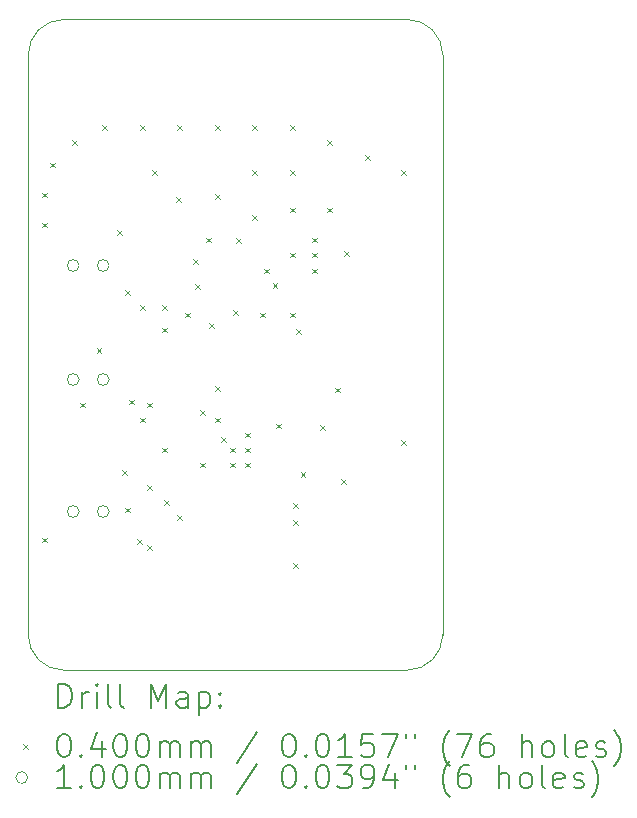
<source format=gbr>
%TF.GenerationSoftware,KiCad,Pcbnew,7.0.10*%
%TF.CreationDate,2024-11-08T18:26:38-05:00*%
%TF.ProjectId,Novel Mechanism 1 Board,4e6f7665-6c20-44d6-9563-68616e69736d,rev?*%
%TF.SameCoordinates,Original*%
%TF.FileFunction,Drillmap*%
%TF.FilePolarity,Positive*%
%FSLAX45Y45*%
G04 Gerber Fmt 4.5, Leading zero omitted, Abs format (unit mm)*
G04 Created by KiCad (PCBNEW 7.0.10) date 2024-11-08 18:26:38*
%MOMM*%
%LPD*%
G01*
G04 APERTURE LIST*
%ADD10C,0.100000*%
%ADD11C,0.200000*%
G04 APERTURE END LIST*
D10*
X5166080Y-7515860D02*
G75*
G03*
X5466080Y-7215860I0J300000D01*
G01*
X1955800Y-7215860D02*
X1955800Y-2306600D01*
X5466080Y-2306600D02*
X5466080Y-7215860D01*
X1955800Y-7215860D02*
G75*
G03*
X2255800Y-7515860I300000J0D01*
G01*
X5166080Y-7515860D02*
X2255800Y-7515860D01*
X5466080Y-2306600D02*
G75*
G03*
X5166080Y-2006600I-300000J0D01*
G01*
X2255800Y-2006600D02*
G75*
G03*
X1955800Y-2306600I0J-300000D01*
G01*
X2255800Y-2006600D02*
X5166080Y-2006600D01*
D11*
D10*
X2075500Y-3472500D02*
X2115500Y-3512500D01*
X2115500Y-3472500D02*
X2075500Y-3512500D01*
X2075500Y-3726500D02*
X2115500Y-3766500D01*
X2115500Y-3726500D02*
X2075500Y-3766500D01*
X2075500Y-6393500D02*
X2115500Y-6433500D01*
X2115500Y-6393500D02*
X2075500Y-6433500D01*
X2139000Y-3218500D02*
X2179000Y-3258500D01*
X2179000Y-3218500D02*
X2139000Y-3258500D01*
X2329500Y-3028000D02*
X2369500Y-3068000D01*
X2369500Y-3028000D02*
X2329500Y-3068000D01*
X2393000Y-5250500D02*
X2433000Y-5290500D01*
X2433000Y-5250500D02*
X2393000Y-5290500D01*
X2534370Y-4788740D02*
X2574370Y-4828740D01*
X2574370Y-4788740D02*
X2534370Y-4828740D01*
X2583500Y-2901000D02*
X2623500Y-2941000D01*
X2623500Y-2901000D02*
X2583500Y-2941000D01*
X2710500Y-3790000D02*
X2750500Y-3830000D01*
X2750500Y-3790000D02*
X2710500Y-3830000D01*
X2748600Y-5822000D02*
X2788600Y-5862000D01*
X2788600Y-5822000D02*
X2748600Y-5862000D01*
X2774000Y-4298000D02*
X2814000Y-4338000D01*
X2814000Y-4298000D02*
X2774000Y-4338000D01*
X2774000Y-6139500D02*
X2814000Y-6179500D01*
X2814000Y-6139500D02*
X2774000Y-6179500D01*
X2812025Y-5225025D02*
X2852025Y-5265025D01*
X2852025Y-5225025D02*
X2812025Y-5265025D01*
X2875600Y-6406200D02*
X2915600Y-6446200D01*
X2915600Y-6406200D02*
X2875600Y-6446200D01*
X2901000Y-2901000D02*
X2941000Y-2941000D01*
X2941000Y-2901000D02*
X2901000Y-2941000D01*
X2901000Y-4425000D02*
X2941000Y-4465000D01*
X2941000Y-4425000D02*
X2901000Y-4465000D01*
X2901000Y-5377500D02*
X2941000Y-5417500D01*
X2941000Y-5377500D02*
X2901000Y-5417500D01*
X2964500Y-5250500D02*
X3004500Y-5290500D01*
X3004500Y-5250500D02*
X2964500Y-5290500D01*
X2964500Y-5949000D02*
X3004500Y-5989000D01*
X3004500Y-5949000D02*
X2964500Y-5989000D01*
X2964500Y-6457000D02*
X3004500Y-6497000D01*
X3004500Y-6457000D02*
X2964500Y-6497000D01*
X3002600Y-3282000D02*
X3042600Y-3322000D01*
X3042600Y-3282000D02*
X3002600Y-3322000D01*
X3091500Y-4425000D02*
X3131500Y-4465000D01*
X3131500Y-4425000D02*
X3091500Y-4465000D01*
X3091500Y-4615500D02*
X3131500Y-4655500D01*
X3131500Y-4615500D02*
X3091500Y-4655500D01*
X3091500Y-5631500D02*
X3131500Y-5671500D01*
X3131500Y-5631500D02*
X3091500Y-5671500D01*
X3104200Y-6076000D02*
X3144200Y-6116000D01*
X3144200Y-6076000D02*
X3104200Y-6116000D01*
X3205800Y-3510600D02*
X3245800Y-3550600D01*
X3245800Y-3510600D02*
X3205800Y-3550600D01*
X3218500Y-2901000D02*
X3258500Y-2941000D01*
X3258500Y-2901000D02*
X3218500Y-2941000D01*
X3218500Y-6203000D02*
X3258500Y-6243000D01*
X3258500Y-6203000D02*
X3218500Y-6243000D01*
X3282000Y-4488500D02*
X3322000Y-4528500D01*
X3322000Y-4488500D02*
X3282000Y-4528500D01*
X3354500Y-4038920D02*
X3394500Y-4078920D01*
X3394500Y-4038920D02*
X3354500Y-4078920D01*
X3369230Y-4248760D02*
X3409230Y-4288760D01*
X3409230Y-4248760D02*
X3369230Y-4288760D01*
X3409000Y-5314000D02*
X3449000Y-5354000D01*
X3449000Y-5314000D02*
X3409000Y-5354000D01*
X3409000Y-5758500D02*
X3449000Y-5798500D01*
X3449000Y-5758500D02*
X3409000Y-5798500D01*
X3463500Y-3853500D02*
X3503500Y-3893500D01*
X3503500Y-3853500D02*
X3463500Y-3893500D01*
X3485200Y-4577400D02*
X3525200Y-4617400D01*
X3525200Y-4577400D02*
X3485200Y-4617400D01*
X3536000Y-2901000D02*
X3576000Y-2941000D01*
X3576000Y-2901000D02*
X3536000Y-2941000D01*
X3536000Y-3485200D02*
X3576000Y-3525200D01*
X3576000Y-3485200D02*
X3536000Y-3525200D01*
X3536000Y-5377500D02*
X3576000Y-5417500D01*
X3576000Y-5377500D02*
X3536000Y-5417500D01*
X3541080Y-5108260D02*
X3581080Y-5148260D01*
X3581080Y-5108260D02*
X3541080Y-5148260D01*
X3586800Y-5542600D02*
X3626800Y-5582600D01*
X3626800Y-5542600D02*
X3586800Y-5582600D01*
X3663000Y-5631500D02*
X3703000Y-5671500D01*
X3703000Y-5631500D02*
X3663000Y-5671500D01*
X3663000Y-5758500D02*
X3703000Y-5798500D01*
X3703000Y-5758500D02*
X3663000Y-5798500D01*
X3692756Y-4470454D02*
X3732756Y-4510454D01*
X3732756Y-4470454D02*
X3692756Y-4510454D01*
X3713800Y-3857118D02*
X3753800Y-3897118D01*
X3753800Y-3857118D02*
X3713800Y-3897118D01*
X3790000Y-5504500D02*
X3830000Y-5544500D01*
X3830000Y-5504500D02*
X3790000Y-5544500D01*
X3790000Y-5631500D02*
X3830000Y-5671500D01*
X3830000Y-5631500D02*
X3790000Y-5671500D01*
X3790000Y-5758500D02*
X3830000Y-5798500D01*
X3830000Y-5758500D02*
X3790000Y-5798500D01*
X3853500Y-2901000D02*
X3893500Y-2941000D01*
X3893500Y-2901000D02*
X3853500Y-2941000D01*
X3853500Y-3282000D02*
X3893500Y-3322000D01*
X3893500Y-3282000D02*
X3853500Y-3322000D01*
X3853500Y-3663000D02*
X3893500Y-3703000D01*
X3893500Y-3663000D02*
X3853500Y-3703000D01*
X3917000Y-4488500D02*
X3957000Y-4528500D01*
X3957000Y-4488500D02*
X3917000Y-4528500D01*
X3954120Y-4117200D02*
X3994120Y-4157200D01*
X3994120Y-4117200D02*
X3954120Y-4157200D01*
X4026620Y-4239120D02*
X4066620Y-4279120D01*
X4066620Y-4239120D02*
X4026620Y-4279120D01*
X4056700Y-5428300D02*
X4096700Y-5468300D01*
X4096700Y-5428300D02*
X4056700Y-5468300D01*
X4171000Y-2901000D02*
X4211000Y-2941000D01*
X4211000Y-2901000D02*
X4171000Y-2941000D01*
X4171000Y-3282000D02*
X4211000Y-3322000D01*
X4211000Y-3282000D02*
X4171000Y-3322000D01*
X4171000Y-3599500D02*
X4211000Y-3639500D01*
X4211000Y-3599500D02*
X4171000Y-3639500D01*
X4171000Y-3980500D02*
X4211000Y-4020500D01*
X4211000Y-3980500D02*
X4171000Y-4020500D01*
X4171000Y-4488500D02*
X4211000Y-4528500D01*
X4211000Y-4488500D02*
X4171000Y-4528500D01*
X4196400Y-6101400D02*
X4236400Y-6141400D01*
X4236400Y-6101400D02*
X4196400Y-6141400D01*
X4196400Y-6246400D02*
X4236400Y-6286400D01*
X4236400Y-6246400D02*
X4196400Y-6286400D01*
X4196400Y-6609400D02*
X4236400Y-6649400D01*
X4236400Y-6609400D02*
X4196400Y-6649400D01*
X4221800Y-4628200D02*
X4261800Y-4668200D01*
X4261800Y-4628200D02*
X4221800Y-4668200D01*
X4262440Y-5837240D02*
X4302440Y-5877240D01*
X4302440Y-5837240D02*
X4262440Y-5877240D01*
X4357532Y-4117200D02*
X4397532Y-4157200D01*
X4397532Y-4117200D02*
X4357532Y-4157200D01*
X4361500Y-3853500D02*
X4401500Y-3893500D01*
X4401500Y-3853500D02*
X4361500Y-3893500D01*
X4361500Y-3980500D02*
X4401500Y-4020500D01*
X4401500Y-3980500D02*
X4361500Y-4020500D01*
X4425000Y-5441000D02*
X4465000Y-5481000D01*
X4465000Y-5441000D02*
X4425000Y-5481000D01*
X4488500Y-3028000D02*
X4528500Y-3068000D01*
X4528500Y-3028000D02*
X4488500Y-3068000D01*
X4488500Y-3599500D02*
X4528500Y-3639500D01*
X4528500Y-3599500D02*
X4488500Y-3639500D01*
X4552000Y-5123500D02*
X4592000Y-5163500D01*
X4592000Y-5123500D02*
X4552000Y-5163500D01*
X4602800Y-5898200D02*
X4642800Y-5938200D01*
X4642800Y-5898200D02*
X4602800Y-5938200D01*
X4628200Y-3968000D02*
X4668200Y-4008000D01*
X4668200Y-3968000D02*
X4628200Y-4008000D01*
X4806000Y-3155000D02*
X4846000Y-3195000D01*
X4846000Y-3155000D02*
X4806000Y-3195000D01*
X5110800Y-3282000D02*
X5150800Y-3322000D01*
X5150800Y-3282000D02*
X5110800Y-3322000D01*
X5110800Y-5568000D02*
X5150800Y-5608000D01*
X5150800Y-5568000D02*
X5110800Y-5608000D01*
X2386300Y-4089400D02*
G75*
G03*
X2286300Y-4089400I-50000J0D01*
G01*
X2286300Y-4089400D02*
G75*
G03*
X2386300Y-4089400I50000J0D01*
G01*
X2386800Y-5054600D02*
G75*
G03*
X2286800Y-5054600I-50000J0D01*
G01*
X2286800Y-5054600D02*
G75*
G03*
X2386800Y-5054600I50000J0D01*
G01*
X2386800Y-6172200D02*
G75*
G03*
X2286800Y-6172200I-50000J0D01*
G01*
X2286800Y-6172200D02*
G75*
G03*
X2386800Y-6172200I50000J0D01*
G01*
X2640300Y-4089400D02*
G75*
G03*
X2540300Y-4089400I-50000J0D01*
G01*
X2540300Y-4089400D02*
G75*
G03*
X2640300Y-4089400I50000J0D01*
G01*
X2640800Y-5054600D02*
G75*
G03*
X2540800Y-5054600I-50000J0D01*
G01*
X2540800Y-5054600D02*
G75*
G03*
X2640800Y-5054600I50000J0D01*
G01*
X2640800Y-6172200D02*
G75*
G03*
X2540800Y-6172200I-50000J0D01*
G01*
X2540800Y-6172200D02*
G75*
G03*
X2640800Y-6172200I50000J0D01*
G01*
D11*
X2211577Y-7832344D02*
X2211577Y-7632344D01*
X2211577Y-7632344D02*
X2259196Y-7632344D01*
X2259196Y-7632344D02*
X2287767Y-7641868D01*
X2287767Y-7641868D02*
X2306815Y-7660915D01*
X2306815Y-7660915D02*
X2316339Y-7679963D01*
X2316339Y-7679963D02*
X2325863Y-7718058D01*
X2325863Y-7718058D02*
X2325863Y-7746629D01*
X2325863Y-7746629D02*
X2316339Y-7784725D01*
X2316339Y-7784725D02*
X2306815Y-7803772D01*
X2306815Y-7803772D02*
X2287767Y-7822820D01*
X2287767Y-7822820D02*
X2259196Y-7832344D01*
X2259196Y-7832344D02*
X2211577Y-7832344D01*
X2411577Y-7832344D02*
X2411577Y-7699010D01*
X2411577Y-7737106D02*
X2421101Y-7718058D01*
X2421101Y-7718058D02*
X2430624Y-7708534D01*
X2430624Y-7708534D02*
X2449672Y-7699010D01*
X2449672Y-7699010D02*
X2468720Y-7699010D01*
X2535386Y-7832344D02*
X2535386Y-7699010D01*
X2535386Y-7632344D02*
X2525863Y-7641868D01*
X2525863Y-7641868D02*
X2535386Y-7651391D01*
X2535386Y-7651391D02*
X2544910Y-7641868D01*
X2544910Y-7641868D02*
X2535386Y-7632344D01*
X2535386Y-7632344D02*
X2535386Y-7651391D01*
X2659196Y-7832344D02*
X2640148Y-7822820D01*
X2640148Y-7822820D02*
X2630624Y-7803772D01*
X2630624Y-7803772D02*
X2630624Y-7632344D01*
X2763958Y-7832344D02*
X2744910Y-7822820D01*
X2744910Y-7822820D02*
X2735386Y-7803772D01*
X2735386Y-7803772D02*
X2735386Y-7632344D01*
X2992529Y-7832344D02*
X2992529Y-7632344D01*
X2992529Y-7632344D02*
X3059196Y-7775201D01*
X3059196Y-7775201D02*
X3125862Y-7632344D01*
X3125862Y-7632344D02*
X3125862Y-7832344D01*
X3306815Y-7832344D02*
X3306815Y-7727582D01*
X3306815Y-7727582D02*
X3297291Y-7708534D01*
X3297291Y-7708534D02*
X3278243Y-7699010D01*
X3278243Y-7699010D02*
X3240148Y-7699010D01*
X3240148Y-7699010D02*
X3221101Y-7708534D01*
X3306815Y-7822820D02*
X3287767Y-7832344D01*
X3287767Y-7832344D02*
X3240148Y-7832344D01*
X3240148Y-7832344D02*
X3221101Y-7822820D01*
X3221101Y-7822820D02*
X3211577Y-7803772D01*
X3211577Y-7803772D02*
X3211577Y-7784725D01*
X3211577Y-7784725D02*
X3221101Y-7765677D01*
X3221101Y-7765677D02*
X3240148Y-7756153D01*
X3240148Y-7756153D02*
X3287767Y-7756153D01*
X3287767Y-7756153D02*
X3306815Y-7746629D01*
X3402053Y-7699010D02*
X3402053Y-7899010D01*
X3402053Y-7708534D02*
X3421101Y-7699010D01*
X3421101Y-7699010D02*
X3459196Y-7699010D01*
X3459196Y-7699010D02*
X3478243Y-7708534D01*
X3478243Y-7708534D02*
X3487767Y-7718058D01*
X3487767Y-7718058D02*
X3497291Y-7737106D01*
X3497291Y-7737106D02*
X3497291Y-7794248D01*
X3497291Y-7794248D02*
X3487767Y-7813296D01*
X3487767Y-7813296D02*
X3478243Y-7822820D01*
X3478243Y-7822820D02*
X3459196Y-7832344D01*
X3459196Y-7832344D02*
X3421101Y-7832344D01*
X3421101Y-7832344D02*
X3402053Y-7822820D01*
X3583005Y-7813296D02*
X3592529Y-7822820D01*
X3592529Y-7822820D02*
X3583005Y-7832344D01*
X3583005Y-7832344D02*
X3573482Y-7822820D01*
X3573482Y-7822820D02*
X3583005Y-7813296D01*
X3583005Y-7813296D02*
X3583005Y-7832344D01*
X3583005Y-7708534D02*
X3592529Y-7718058D01*
X3592529Y-7718058D02*
X3583005Y-7727582D01*
X3583005Y-7727582D02*
X3573482Y-7718058D01*
X3573482Y-7718058D02*
X3583005Y-7708534D01*
X3583005Y-7708534D02*
X3583005Y-7727582D01*
D10*
X1910800Y-8140860D02*
X1950800Y-8180860D01*
X1950800Y-8140860D02*
X1910800Y-8180860D01*
D11*
X2249672Y-8052344D02*
X2268720Y-8052344D01*
X2268720Y-8052344D02*
X2287767Y-8061868D01*
X2287767Y-8061868D02*
X2297291Y-8071391D01*
X2297291Y-8071391D02*
X2306815Y-8090439D01*
X2306815Y-8090439D02*
X2316339Y-8128534D01*
X2316339Y-8128534D02*
X2316339Y-8176153D01*
X2316339Y-8176153D02*
X2306815Y-8214248D01*
X2306815Y-8214248D02*
X2297291Y-8233296D01*
X2297291Y-8233296D02*
X2287767Y-8242820D01*
X2287767Y-8242820D02*
X2268720Y-8252344D01*
X2268720Y-8252344D02*
X2249672Y-8252344D01*
X2249672Y-8252344D02*
X2230624Y-8242820D01*
X2230624Y-8242820D02*
X2221101Y-8233296D01*
X2221101Y-8233296D02*
X2211577Y-8214248D01*
X2211577Y-8214248D02*
X2202053Y-8176153D01*
X2202053Y-8176153D02*
X2202053Y-8128534D01*
X2202053Y-8128534D02*
X2211577Y-8090439D01*
X2211577Y-8090439D02*
X2221101Y-8071391D01*
X2221101Y-8071391D02*
X2230624Y-8061868D01*
X2230624Y-8061868D02*
X2249672Y-8052344D01*
X2402053Y-8233296D02*
X2411577Y-8242820D01*
X2411577Y-8242820D02*
X2402053Y-8252344D01*
X2402053Y-8252344D02*
X2392529Y-8242820D01*
X2392529Y-8242820D02*
X2402053Y-8233296D01*
X2402053Y-8233296D02*
X2402053Y-8252344D01*
X2583005Y-8119010D02*
X2583005Y-8252344D01*
X2535386Y-8042820D02*
X2487767Y-8185677D01*
X2487767Y-8185677D02*
X2611577Y-8185677D01*
X2725863Y-8052344D02*
X2744910Y-8052344D01*
X2744910Y-8052344D02*
X2763958Y-8061868D01*
X2763958Y-8061868D02*
X2773482Y-8071391D01*
X2773482Y-8071391D02*
X2783005Y-8090439D01*
X2783005Y-8090439D02*
X2792529Y-8128534D01*
X2792529Y-8128534D02*
X2792529Y-8176153D01*
X2792529Y-8176153D02*
X2783005Y-8214248D01*
X2783005Y-8214248D02*
X2773482Y-8233296D01*
X2773482Y-8233296D02*
X2763958Y-8242820D01*
X2763958Y-8242820D02*
X2744910Y-8252344D01*
X2744910Y-8252344D02*
X2725863Y-8252344D01*
X2725863Y-8252344D02*
X2706815Y-8242820D01*
X2706815Y-8242820D02*
X2697291Y-8233296D01*
X2697291Y-8233296D02*
X2687767Y-8214248D01*
X2687767Y-8214248D02*
X2678244Y-8176153D01*
X2678244Y-8176153D02*
X2678244Y-8128534D01*
X2678244Y-8128534D02*
X2687767Y-8090439D01*
X2687767Y-8090439D02*
X2697291Y-8071391D01*
X2697291Y-8071391D02*
X2706815Y-8061868D01*
X2706815Y-8061868D02*
X2725863Y-8052344D01*
X2916339Y-8052344D02*
X2935386Y-8052344D01*
X2935386Y-8052344D02*
X2954434Y-8061868D01*
X2954434Y-8061868D02*
X2963958Y-8071391D01*
X2963958Y-8071391D02*
X2973482Y-8090439D01*
X2973482Y-8090439D02*
X2983005Y-8128534D01*
X2983005Y-8128534D02*
X2983005Y-8176153D01*
X2983005Y-8176153D02*
X2973482Y-8214248D01*
X2973482Y-8214248D02*
X2963958Y-8233296D01*
X2963958Y-8233296D02*
X2954434Y-8242820D01*
X2954434Y-8242820D02*
X2935386Y-8252344D01*
X2935386Y-8252344D02*
X2916339Y-8252344D01*
X2916339Y-8252344D02*
X2897291Y-8242820D01*
X2897291Y-8242820D02*
X2887767Y-8233296D01*
X2887767Y-8233296D02*
X2878243Y-8214248D01*
X2878243Y-8214248D02*
X2868720Y-8176153D01*
X2868720Y-8176153D02*
X2868720Y-8128534D01*
X2868720Y-8128534D02*
X2878243Y-8090439D01*
X2878243Y-8090439D02*
X2887767Y-8071391D01*
X2887767Y-8071391D02*
X2897291Y-8061868D01*
X2897291Y-8061868D02*
X2916339Y-8052344D01*
X3068720Y-8252344D02*
X3068720Y-8119010D01*
X3068720Y-8138058D02*
X3078243Y-8128534D01*
X3078243Y-8128534D02*
X3097291Y-8119010D01*
X3097291Y-8119010D02*
X3125863Y-8119010D01*
X3125863Y-8119010D02*
X3144910Y-8128534D01*
X3144910Y-8128534D02*
X3154434Y-8147582D01*
X3154434Y-8147582D02*
X3154434Y-8252344D01*
X3154434Y-8147582D02*
X3163958Y-8128534D01*
X3163958Y-8128534D02*
X3183005Y-8119010D01*
X3183005Y-8119010D02*
X3211577Y-8119010D01*
X3211577Y-8119010D02*
X3230624Y-8128534D01*
X3230624Y-8128534D02*
X3240148Y-8147582D01*
X3240148Y-8147582D02*
X3240148Y-8252344D01*
X3335386Y-8252344D02*
X3335386Y-8119010D01*
X3335386Y-8138058D02*
X3344910Y-8128534D01*
X3344910Y-8128534D02*
X3363958Y-8119010D01*
X3363958Y-8119010D02*
X3392529Y-8119010D01*
X3392529Y-8119010D02*
X3411577Y-8128534D01*
X3411577Y-8128534D02*
X3421101Y-8147582D01*
X3421101Y-8147582D02*
X3421101Y-8252344D01*
X3421101Y-8147582D02*
X3430624Y-8128534D01*
X3430624Y-8128534D02*
X3449672Y-8119010D01*
X3449672Y-8119010D02*
X3478243Y-8119010D01*
X3478243Y-8119010D02*
X3497291Y-8128534D01*
X3497291Y-8128534D02*
X3506815Y-8147582D01*
X3506815Y-8147582D02*
X3506815Y-8252344D01*
X3897291Y-8042820D02*
X3725863Y-8299963D01*
X4154434Y-8052344D02*
X4173482Y-8052344D01*
X4173482Y-8052344D02*
X4192529Y-8061868D01*
X4192529Y-8061868D02*
X4202053Y-8071391D01*
X4202053Y-8071391D02*
X4211577Y-8090439D01*
X4211577Y-8090439D02*
X4221101Y-8128534D01*
X4221101Y-8128534D02*
X4221101Y-8176153D01*
X4221101Y-8176153D02*
X4211577Y-8214248D01*
X4211577Y-8214248D02*
X4202053Y-8233296D01*
X4202053Y-8233296D02*
X4192529Y-8242820D01*
X4192529Y-8242820D02*
X4173482Y-8252344D01*
X4173482Y-8252344D02*
X4154434Y-8252344D01*
X4154434Y-8252344D02*
X4135386Y-8242820D01*
X4135386Y-8242820D02*
X4125863Y-8233296D01*
X4125863Y-8233296D02*
X4116339Y-8214248D01*
X4116339Y-8214248D02*
X4106815Y-8176153D01*
X4106815Y-8176153D02*
X4106815Y-8128534D01*
X4106815Y-8128534D02*
X4116339Y-8090439D01*
X4116339Y-8090439D02*
X4125863Y-8071391D01*
X4125863Y-8071391D02*
X4135386Y-8061868D01*
X4135386Y-8061868D02*
X4154434Y-8052344D01*
X4306815Y-8233296D02*
X4316339Y-8242820D01*
X4316339Y-8242820D02*
X4306815Y-8252344D01*
X4306815Y-8252344D02*
X4297291Y-8242820D01*
X4297291Y-8242820D02*
X4306815Y-8233296D01*
X4306815Y-8233296D02*
X4306815Y-8252344D01*
X4440148Y-8052344D02*
X4459196Y-8052344D01*
X4459196Y-8052344D02*
X4478244Y-8061868D01*
X4478244Y-8061868D02*
X4487768Y-8071391D01*
X4487768Y-8071391D02*
X4497291Y-8090439D01*
X4497291Y-8090439D02*
X4506815Y-8128534D01*
X4506815Y-8128534D02*
X4506815Y-8176153D01*
X4506815Y-8176153D02*
X4497291Y-8214248D01*
X4497291Y-8214248D02*
X4487768Y-8233296D01*
X4487768Y-8233296D02*
X4478244Y-8242820D01*
X4478244Y-8242820D02*
X4459196Y-8252344D01*
X4459196Y-8252344D02*
X4440148Y-8252344D01*
X4440148Y-8252344D02*
X4421101Y-8242820D01*
X4421101Y-8242820D02*
X4411577Y-8233296D01*
X4411577Y-8233296D02*
X4402053Y-8214248D01*
X4402053Y-8214248D02*
X4392529Y-8176153D01*
X4392529Y-8176153D02*
X4392529Y-8128534D01*
X4392529Y-8128534D02*
X4402053Y-8090439D01*
X4402053Y-8090439D02*
X4411577Y-8071391D01*
X4411577Y-8071391D02*
X4421101Y-8061868D01*
X4421101Y-8061868D02*
X4440148Y-8052344D01*
X4697291Y-8252344D02*
X4583006Y-8252344D01*
X4640148Y-8252344D02*
X4640148Y-8052344D01*
X4640148Y-8052344D02*
X4621101Y-8080915D01*
X4621101Y-8080915D02*
X4602053Y-8099963D01*
X4602053Y-8099963D02*
X4583006Y-8109487D01*
X4878244Y-8052344D02*
X4783006Y-8052344D01*
X4783006Y-8052344D02*
X4773482Y-8147582D01*
X4773482Y-8147582D02*
X4783006Y-8138058D01*
X4783006Y-8138058D02*
X4802053Y-8128534D01*
X4802053Y-8128534D02*
X4849672Y-8128534D01*
X4849672Y-8128534D02*
X4868720Y-8138058D01*
X4868720Y-8138058D02*
X4878244Y-8147582D01*
X4878244Y-8147582D02*
X4887768Y-8166629D01*
X4887768Y-8166629D02*
X4887768Y-8214248D01*
X4887768Y-8214248D02*
X4878244Y-8233296D01*
X4878244Y-8233296D02*
X4868720Y-8242820D01*
X4868720Y-8242820D02*
X4849672Y-8252344D01*
X4849672Y-8252344D02*
X4802053Y-8252344D01*
X4802053Y-8252344D02*
X4783006Y-8242820D01*
X4783006Y-8242820D02*
X4773482Y-8233296D01*
X4954434Y-8052344D02*
X5087768Y-8052344D01*
X5087768Y-8052344D02*
X5002053Y-8252344D01*
X5154434Y-8052344D02*
X5154434Y-8090439D01*
X5230625Y-8052344D02*
X5230625Y-8090439D01*
X5525863Y-8328534D02*
X5516339Y-8319010D01*
X5516339Y-8319010D02*
X5497291Y-8290439D01*
X5497291Y-8290439D02*
X5487768Y-8271391D01*
X5487768Y-8271391D02*
X5478244Y-8242820D01*
X5478244Y-8242820D02*
X5468720Y-8195201D01*
X5468720Y-8195201D02*
X5468720Y-8157106D01*
X5468720Y-8157106D02*
X5478244Y-8109487D01*
X5478244Y-8109487D02*
X5487768Y-8080915D01*
X5487768Y-8080915D02*
X5497291Y-8061868D01*
X5497291Y-8061868D02*
X5516339Y-8033296D01*
X5516339Y-8033296D02*
X5525863Y-8023772D01*
X5583006Y-8052344D02*
X5716339Y-8052344D01*
X5716339Y-8052344D02*
X5630625Y-8252344D01*
X5878244Y-8052344D02*
X5840148Y-8052344D01*
X5840148Y-8052344D02*
X5821101Y-8061868D01*
X5821101Y-8061868D02*
X5811577Y-8071391D01*
X5811577Y-8071391D02*
X5792529Y-8099963D01*
X5792529Y-8099963D02*
X5783006Y-8138058D01*
X5783006Y-8138058D02*
X5783006Y-8214248D01*
X5783006Y-8214248D02*
X5792529Y-8233296D01*
X5792529Y-8233296D02*
X5802053Y-8242820D01*
X5802053Y-8242820D02*
X5821101Y-8252344D01*
X5821101Y-8252344D02*
X5859196Y-8252344D01*
X5859196Y-8252344D02*
X5878244Y-8242820D01*
X5878244Y-8242820D02*
X5887768Y-8233296D01*
X5887768Y-8233296D02*
X5897291Y-8214248D01*
X5897291Y-8214248D02*
X5897291Y-8166629D01*
X5897291Y-8166629D02*
X5887768Y-8147582D01*
X5887768Y-8147582D02*
X5878244Y-8138058D01*
X5878244Y-8138058D02*
X5859196Y-8128534D01*
X5859196Y-8128534D02*
X5821101Y-8128534D01*
X5821101Y-8128534D02*
X5802053Y-8138058D01*
X5802053Y-8138058D02*
X5792529Y-8147582D01*
X5792529Y-8147582D02*
X5783006Y-8166629D01*
X6135387Y-8252344D02*
X6135387Y-8052344D01*
X6221101Y-8252344D02*
X6221101Y-8147582D01*
X6221101Y-8147582D02*
X6211577Y-8128534D01*
X6211577Y-8128534D02*
X6192530Y-8119010D01*
X6192530Y-8119010D02*
X6163958Y-8119010D01*
X6163958Y-8119010D02*
X6144910Y-8128534D01*
X6144910Y-8128534D02*
X6135387Y-8138058D01*
X6344910Y-8252344D02*
X6325863Y-8242820D01*
X6325863Y-8242820D02*
X6316339Y-8233296D01*
X6316339Y-8233296D02*
X6306815Y-8214248D01*
X6306815Y-8214248D02*
X6306815Y-8157106D01*
X6306815Y-8157106D02*
X6316339Y-8138058D01*
X6316339Y-8138058D02*
X6325863Y-8128534D01*
X6325863Y-8128534D02*
X6344910Y-8119010D01*
X6344910Y-8119010D02*
X6373482Y-8119010D01*
X6373482Y-8119010D02*
X6392530Y-8128534D01*
X6392530Y-8128534D02*
X6402053Y-8138058D01*
X6402053Y-8138058D02*
X6411577Y-8157106D01*
X6411577Y-8157106D02*
X6411577Y-8214248D01*
X6411577Y-8214248D02*
X6402053Y-8233296D01*
X6402053Y-8233296D02*
X6392530Y-8242820D01*
X6392530Y-8242820D02*
X6373482Y-8252344D01*
X6373482Y-8252344D02*
X6344910Y-8252344D01*
X6525863Y-8252344D02*
X6506815Y-8242820D01*
X6506815Y-8242820D02*
X6497291Y-8223772D01*
X6497291Y-8223772D02*
X6497291Y-8052344D01*
X6678244Y-8242820D02*
X6659196Y-8252344D01*
X6659196Y-8252344D02*
X6621101Y-8252344D01*
X6621101Y-8252344D02*
X6602053Y-8242820D01*
X6602053Y-8242820D02*
X6592530Y-8223772D01*
X6592530Y-8223772D02*
X6592530Y-8147582D01*
X6592530Y-8147582D02*
X6602053Y-8128534D01*
X6602053Y-8128534D02*
X6621101Y-8119010D01*
X6621101Y-8119010D02*
X6659196Y-8119010D01*
X6659196Y-8119010D02*
X6678244Y-8128534D01*
X6678244Y-8128534D02*
X6687768Y-8147582D01*
X6687768Y-8147582D02*
X6687768Y-8166629D01*
X6687768Y-8166629D02*
X6592530Y-8185677D01*
X6763958Y-8242820D02*
X6783006Y-8252344D01*
X6783006Y-8252344D02*
X6821101Y-8252344D01*
X6821101Y-8252344D02*
X6840149Y-8242820D01*
X6840149Y-8242820D02*
X6849672Y-8223772D01*
X6849672Y-8223772D02*
X6849672Y-8214248D01*
X6849672Y-8214248D02*
X6840149Y-8195201D01*
X6840149Y-8195201D02*
X6821101Y-8185677D01*
X6821101Y-8185677D02*
X6792530Y-8185677D01*
X6792530Y-8185677D02*
X6773482Y-8176153D01*
X6773482Y-8176153D02*
X6763958Y-8157106D01*
X6763958Y-8157106D02*
X6763958Y-8147582D01*
X6763958Y-8147582D02*
X6773482Y-8128534D01*
X6773482Y-8128534D02*
X6792530Y-8119010D01*
X6792530Y-8119010D02*
X6821101Y-8119010D01*
X6821101Y-8119010D02*
X6840149Y-8128534D01*
X6916339Y-8328534D02*
X6925863Y-8319010D01*
X6925863Y-8319010D02*
X6944911Y-8290439D01*
X6944911Y-8290439D02*
X6954434Y-8271391D01*
X6954434Y-8271391D02*
X6963958Y-8242820D01*
X6963958Y-8242820D02*
X6973482Y-8195201D01*
X6973482Y-8195201D02*
X6973482Y-8157106D01*
X6973482Y-8157106D02*
X6963958Y-8109487D01*
X6963958Y-8109487D02*
X6954434Y-8080915D01*
X6954434Y-8080915D02*
X6944911Y-8061868D01*
X6944911Y-8061868D02*
X6925863Y-8033296D01*
X6925863Y-8033296D02*
X6916339Y-8023772D01*
D10*
X1950800Y-8424860D02*
G75*
G03*
X1850800Y-8424860I-50000J0D01*
G01*
X1850800Y-8424860D02*
G75*
G03*
X1950800Y-8424860I50000J0D01*
G01*
D11*
X2316339Y-8516344D02*
X2202053Y-8516344D01*
X2259196Y-8516344D02*
X2259196Y-8316344D01*
X2259196Y-8316344D02*
X2240148Y-8344915D01*
X2240148Y-8344915D02*
X2221101Y-8363963D01*
X2221101Y-8363963D02*
X2202053Y-8373487D01*
X2402053Y-8497296D02*
X2411577Y-8506820D01*
X2411577Y-8506820D02*
X2402053Y-8516344D01*
X2402053Y-8516344D02*
X2392529Y-8506820D01*
X2392529Y-8506820D02*
X2402053Y-8497296D01*
X2402053Y-8497296D02*
X2402053Y-8516344D01*
X2535386Y-8316344D02*
X2554434Y-8316344D01*
X2554434Y-8316344D02*
X2573482Y-8325868D01*
X2573482Y-8325868D02*
X2583005Y-8335391D01*
X2583005Y-8335391D02*
X2592529Y-8354439D01*
X2592529Y-8354439D02*
X2602053Y-8392534D01*
X2602053Y-8392534D02*
X2602053Y-8440153D01*
X2602053Y-8440153D02*
X2592529Y-8478249D01*
X2592529Y-8478249D02*
X2583005Y-8497296D01*
X2583005Y-8497296D02*
X2573482Y-8506820D01*
X2573482Y-8506820D02*
X2554434Y-8516344D01*
X2554434Y-8516344D02*
X2535386Y-8516344D01*
X2535386Y-8516344D02*
X2516339Y-8506820D01*
X2516339Y-8506820D02*
X2506815Y-8497296D01*
X2506815Y-8497296D02*
X2497291Y-8478249D01*
X2497291Y-8478249D02*
X2487767Y-8440153D01*
X2487767Y-8440153D02*
X2487767Y-8392534D01*
X2487767Y-8392534D02*
X2497291Y-8354439D01*
X2497291Y-8354439D02*
X2506815Y-8335391D01*
X2506815Y-8335391D02*
X2516339Y-8325868D01*
X2516339Y-8325868D02*
X2535386Y-8316344D01*
X2725863Y-8316344D02*
X2744910Y-8316344D01*
X2744910Y-8316344D02*
X2763958Y-8325868D01*
X2763958Y-8325868D02*
X2773482Y-8335391D01*
X2773482Y-8335391D02*
X2783005Y-8354439D01*
X2783005Y-8354439D02*
X2792529Y-8392534D01*
X2792529Y-8392534D02*
X2792529Y-8440153D01*
X2792529Y-8440153D02*
X2783005Y-8478249D01*
X2783005Y-8478249D02*
X2773482Y-8497296D01*
X2773482Y-8497296D02*
X2763958Y-8506820D01*
X2763958Y-8506820D02*
X2744910Y-8516344D01*
X2744910Y-8516344D02*
X2725863Y-8516344D01*
X2725863Y-8516344D02*
X2706815Y-8506820D01*
X2706815Y-8506820D02*
X2697291Y-8497296D01*
X2697291Y-8497296D02*
X2687767Y-8478249D01*
X2687767Y-8478249D02*
X2678244Y-8440153D01*
X2678244Y-8440153D02*
X2678244Y-8392534D01*
X2678244Y-8392534D02*
X2687767Y-8354439D01*
X2687767Y-8354439D02*
X2697291Y-8335391D01*
X2697291Y-8335391D02*
X2706815Y-8325868D01*
X2706815Y-8325868D02*
X2725863Y-8316344D01*
X2916339Y-8316344D02*
X2935386Y-8316344D01*
X2935386Y-8316344D02*
X2954434Y-8325868D01*
X2954434Y-8325868D02*
X2963958Y-8335391D01*
X2963958Y-8335391D02*
X2973482Y-8354439D01*
X2973482Y-8354439D02*
X2983005Y-8392534D01*
X2983005Y-8392534D02*
X2983005Y-8440153D01*
X2983005Y-8440153D02*
X2973482Y-8478249D01*
X2973482Y-8478249D02*
X2963958Y-8497296D01*
X2963958Y-8497296D02*
X2954434Y-8506820D01*
X2954434Y-8506820D02*
X2935386Y-8516344D01*
X2935386Y-8516344D02*
X2916339Y-8516344D01*
X2916339Y-8516344D02*
X2897291Y-8506820D01*
X2897291Y-8506820D02*
X2887767Y-8497296D01*
X2887767Y-8497296D02*
X2878243Y-8478249D01*
X2878243Y-8478249D02*
X2868720Y-8440153D01*
X2868720Y-8440153D02*
X2868720Y-8392534D01*
X2868720Y-8392534D02*
X2878243Y-8354439D01*
X2878243Y-8354439D02*
X2887767Y-8335391D01*
X2887767Y-8335391D02*
X2897291Y-8325868D01*
X2897291Y-8325868D02*
X2916339Y-8316344D01*
X3068720Y-8516344D02*
X3068720Y-8383010D01*
X3068720Y-8402058D02*
X3078243Y-8392534D01*
X3078243Y-8392534D02*
X3097291Y-8383010D01*
X3097291Y-8383010D02*
X3125863Y-8383010D01*
X3125863Y-8383010D02*
X3144910Y-8392534D01*
X3144910Y-8392534D02*
X3154434Y-8411582D01*
X3154434Y-8411582D02*
X3154434Y-8516344D01*
X3154434Y-8411582D02*
X3163958Y-8392534D01*
X3163958Y-8392534D02*
X3183005Y-8383010D01*
X3183005Y-8383010D02*
X3211577Y-8383010D01*
X3211577Y-8383010D02*
X3230624Y-8392534D01*
X3230624Y-8392534D02*
X3240148Y-8411582D01*
X3240148Y-8411582D02*
X3240148Y-8516344D01*
X3335386Y-8516344D02*
X3335386Y-8383010D01*
X3335386Y-8402058D02*
X3344910Y-8392534D01*
X3344910Y-8392534D02*
X3363958Y-8383010D01*
X3363958Y-8383010D02*
X3392529Y-8383010D01*
X3392529Y-8383010D02*
X3411577Y-8392534D01*
X3411577Y-8392534D02*
X3421101Y-8411582D01*
X3421101Y-8411582D02*
X3421101Y-8516344D01*
X3421101Y-8411582D02*
X3430624Y-8392534D01*
X3430624Y-8392534D02*
X3449672Y-8383010D01*
X3449672Y-8383010D02*
X3478243Y-8383010D01*
X3478243Y-8383010D02*
X3497291Y-8392534D01*
X3497291Y-8392534D02*
X3506815Y-8411582D01*
X3506815Y-8411582D02*
X3506815Y-8516344D01*
X3897291Y-8306820D02*
X3725863Y-8563963D01*
X4154434Y-8316344D02*
X4173482Y-8316344D01*
X4173482Y-8316344D02*
X4192529Y-8325868D01*
X4192529Y-8325868D02*
X4202053Y-8335391D01*
X4202053Y-8335391D02*
X4211577Y-8354439D01*
X4211577Y-8354439D02*
X4221101Y-8392534D01*
X4221101Y-8392534D02*
X4221101Y-8440153D01*
X4221101Y-8440153D02*
X4211577Y-8478249D01*
X4211577Y-8478249D02*
X4202053Y-8497296D01*
X4202053Y-8497296D02*
X4192529Y-8506820D01*
X4192529Y-8506820D02*
X4173482Y-8516344D01*
X4173482Y-8516344D02*
X4154434Y-8516344D01*
X4154434Y-8516344D02*
X4135386Y-8506820D01*
X4135386Y-8506820D02*
X4125863Y-8497296D01*
X4125863Y-8497296D02*
X4116339Y-8478249D01*
X4116339Y-8478249D02*
X4106815Y-8440153D01*
X4106815Y-8440153D02*
X4106815Y-8392534D01*
X4106815Y-8392534D02*
X4116339Y-8354439D01*
X4116339Y-8354439D02*
X4125863Y-8335391D01*
X4125863Y-8335391D02*
X4135386Y-8325868D01*
X4135386Y-8325868D02*
X4154434Y-8316344D01*
X4306815Y-8497296D02*
X4316339Y-8506820D01*
X4316339Y-8506820D02*
X4306815Y-8516344D01*
X4306815Y-8516344D02*
X4297291Y-8506820D01*
X4297291Y-8506820D02*
X4306815Y-8497296D01*
X4306815Y-8497296D02*
X4306815Y-8516344D01*
X4440148Y-8316344D02*
X4459196Y-8316344D01*
X4459196Y-8316344D02*
X4478244Y-8325868D01*
X4478244Y-8325868D02*
X4487768Y-8335391D01*
X4487768Y-8335391D02*
X4497291Y-8354439D01*
X4497291Y-8354439D02*
X4506815Y-8392534D01*
X4506815Y-8392534D02*
X4506815Y-8440153D01*
X4506815Y-8440153D02*
X4497291Y-8478249D01*
X4497291Y-8478249D02*
X4487768Y-8497296D01*
X4487768Y-8497296D02*
X4478244Y-8506820D01*
X4478244Y-8506820D02*
X4459196Y-8516344D01*
X4459196Y-8516344D02*
X4440148Y-8516344D01*
X4440148Y-8516344D02*
X4421101Y-8506820D01*
X4421101Y-8506820D02*
X4411577Y-8497296D01*
X4411577Y-8497296D02*
X4402053Y-8478249D01*
X4402053Y-8478249D02*
X4392529Y-8440153D01*
X4392529Y-8440153D02*
X4392529Y-8392534D01*
X4392529Y-8392534D02*
X4402053Y-8354439D01*
X4402053Y-8354439D02*
X4411577Y-8335391D01*
X4411577Y-8335391D02*
X4421101Y-8325868D01*
X4421101Y-8325868D02*
X4440148Y-8316344D01*
X4573482Y-8316344D02*
X4697291Y-8316344D01*
X4697291Y-8316344D02*
X4630625Y-8392534D01*
X4630625Y-8392534D02*
X4659196Y-8392534D01*
X4659196Y-8392534D02*
X4678244Y-8402058D01*
X4678244Y-8402058D02*
X4687768Y-8411582D01*
X4687768Y-8411582D02*
X4697291Y-8430630D01*
X4697291Y-8430630D02*
X4697291Y-8478249D01*
X4697291Y-8478249D02*
X4687768Y-8497296D01*
X4687768Y-8497296D02*
X4678244Y-8506820D01*
X4678244Y-8506820D02*
X4659196Y-8516344D01*
X4659196Y-8516344D02*
X4602053Y-8516344D01*
X4602053Y-8516344D02*
X4583006Y-8506820D01*
X4583006Y-8506820D02*
X4573482Y-8497296D01*
X4792529Y-8516344D02*
X4830625Y-8516344D01*
X4830625Y-8516344D02*
X4849672Y-8506820D01*
X4849672Y-8506820D02*
X4859196Y-8497296D01*
X4859196Y-8497296D02*
X4878244Y-8468725D01*
X4878244Y-8468725D02*
X4887768Y-8430630D01*
X4887768Y-8430630D02*
X4887768Y-8354439D01*
X4887768Y-8354439D02*
X4878244Y-8335391D01*
X4878244Y-8335391D02*
X4868720Y-8325868D01*
X4868720Y-8325868D02*
X4849672Y-8316344D01*
X4849672Y-8316344D02*
X4811577Y-8316344D01*
X4811577Y-8316344D02*
X4792529Y-8325868D01*
X4792529Y-8325868D02*
X4783006Y-8335391D01*
X4783006Y-8335391D02*
X4773482Y-8354439D01*
X4773482Y-8354439D02*
X4773482Y-8402058D01*
X4773482Y-8402058D02*
X4783006Y-8421106D01*
X4783006Y-8421106D02*
X4792529Y-8430630D01*
X4792529Y-8430630D02*
X4811577Y-8440153D01*
X4811577Y-8440153D02*
X4849672Y-8440153D01*
X4849672Y-8440153D02*
X4868720Y-8430630D01*
X4868720Y-8430630D02*
X4878244Y-8421106D01*
X4878244Y-8421106D02*
X4887768Y-8402058D01*
X5059196Y-8383010D02*
X5059196Y-8516344D01*
X5011577Y-8306820D02*
X4963958Y-8449677D01*
X4963958Y-8449677D02*
X5087768Y-8449677D01*
X5154434Y-8316344D02*
X5154434Y-8354439D01*
X5230625Y-8316344D02*
X5230625Y-8354439D01*
X5525863Y-8592534D02*
X5516339Y-8583010D01*
X5516339Y-8583010D02*
X5497291Y-8554439D01*
X5497291Y-8554439D02*
X5487768Y-8535391D01*
X5487768Y-8535391D02*
X5478244Y-8506820D01*
X5478244Y-8506820D02*
X5468720Y-8459201D01*
X5468720Y-8459201D02*
X5468720Y-8421106D01*
X5468720Y-8421106D02*
X5478244Y-8373487D01*
X5478244Y-8373487D02*
X5487768Y-8344915D01*
X5487768Y-8344915D02*
X5497291Y-8325868D01*
X5497291Y-8325868D02*
X5516339Y-8297296D01*
X5516339Y-8297296D02*
X5525863Y-8287772D01*
X5687768Y-8316344D02*
X5649672Y-8316344D01*
X5649672Y-8316344D02*
X5630625Y-8325868D01*
X5630625Y-8325868D02*
X5621101Y-8335391D01*
X5621101Y-8335391D02*
X5602053Y-8363963D01*
X5602053Y-8363963D02*
X5592529Y-8402058D01*
X5592529Y-8402058D02*
X5592529Y-8478249D01*
X5592529Y-8478249D02*
X5602053Y-8497296D01*
X5602053Y-8497296D02*
X5611577Y-8506820D01*
X5611577Y-8506820D02*
X5630625Y-8516344D01*
X5630625Y-8516344D02*
X5668720Y-8516344D01*
X5668720Y-8516344D02*
X5687768Y-8506820D01*
X5687768Y-8506820D02*
X5697291Y-8497296D01*
X5697291Y-8497296D02*
X5706815Y-8478249D01*
X5706815Y-8478249D02*
X5706815Y-8430630D01*
X5706815Y-8430630D02*
X5697291Y-8411582D01*
X5697291Y-8411582D02*
X5687768Y-8402058D01*
X5687768Y-8402058D02*
X5668720Y-8392534D01*
X5668720Y-8392534D02*
X5630625Y-8392534D01*
X5630625Y-8392534D02*
X5611577Y-8402058D01*
X5611577Y-8402058D02*
X5602053Y-8411582D01*
X5602053Y-8411582D02*
X5592529Y-8430630D01*
X5944910Y-8516344D02*
X5944910Y-8316344D01*
X6030625Y-8516344D02*
X6030625Y-8411582D01*
X6030625Y-8411582D02*
X6021101Y-8392534D01*
X6021101Y-8392534D02*
X6002053Y-8383010D01*
X6002053Y-8383010D02*
X5973482Y-8383010D01*
X5973482Y-8383010D02*
X5954434Y-8392534D01*
X5954434Y-8392534D02*
X5944910Y-8402058D01*
X6154434Y-8516344D02*
X6135387Y-8506820D01*
X6135387Y-8506820D02*
X6125863Y-8497296D01*
X6125863Y-8497296D02*
X6116339Y-8478249D01*
X6116339Y-8478249D02*
X6116339Y-8421106D01*
X6116339Y-8421106D02*
X6125863Y-8402058D01*
X6125863Y-8402058D02*
X6135387Y-8392534D01*
X6135387Y-8392534D02*
X6154434Y-8383010D01*
X6154434Y-8383010D02*
X6183006Y-8383010D01*
X6183006Y-8383010D02*
X6202053Y-8392534D01*
X6202053Y-8392534D02*
X6211577Y-8402058D01*
X6211577Y-8402058D02*
X6221101Y-8421106D01*
X6221101Y-8421106D02*
X6221101Y-8478249D01*
X6221101Y-8478249D02*
X6211577Y-8497296D01*
X6211577Y-8497296D02*
X6202053Y-8506820D01*
X6202053Y-8506820D02*
X6183006Y-8516344D01*
X6183006Y-8516344D02*
X6154434Y-8516344D01*
X6335387Y-8516344D02*
X6316339Y-8506820D01*
X6316339Y-8506820D02*
X6306815Y-8487772D01*
X6306815Y-8487772D02*
X6306815Y-8316344D01*
X6487768Y-8506820D02*
X6468720Y-8516344D01*
X6468720Y-8516344D02*
X6430625Y-8516344D01*
X6430625Y-8516344D02*
X6411577Y-8506820D01*
X6411577Y-8506820D02*
X6402053Y-8487772D01*
X6402053Y-8487772D02*
X6402053Y-8411582D01*
X6402053Y-8411582D02*
X6411577Y-8392534D01*
X6411577Y-8392534D02*
X6430625Y-8383010D01*
X6430625Y-8383010D02*
X6468720Y-8383010D01*
X6468720Y-8383010D02*
X6487768Y-8392534D01*
X6487768Y-8392534D02*
X6497291Y-8411582D01*
X6497291Y-8411582D02*
X6497291Y-8430630D01*
X6497291Y-8430630D02*
X6402053Y-8449677D01*
X6573482Y-8506820D02*
X6592530Y-8516344D01*
X6592530Y-8516344D02*
X6630625Y-8516344D01*
X6630625Y-8516344D02*
X6649672Y-8506820D01*
X6649672Y-8506820D02*
X6659196Y-8487772D01*
X6659196Y-8487772D02*
X6659196Y-8478249D01*
X6659196Y-8478249D02*
X6649672Y-8459201D01*
X6649672Y-8459201D02*
X6630625Y-8449677D01*
X6630625Y-8449677D02*
X6602053Y-8449677D01*
X6602053Y-8449677D02*
X6583006Y-8440153D01*
X6583006Y-8440153D02*
X6573482Y-8421106D01*
X6573482Y-8421106D02*
X6573482Y-8411582D01*
X6573482Y-8411582D02*
X6583006Y-8392534D01*
X6583006Y-8392534D02*
X6602053Y-8383010D01*
X6602053Y-8383010D02*
X6630625Y-8383010D01*
X6630625Y-8383010D02*
X6649672Y-8392534D01*
X6725863Y-8592534D02*
X6735387Y-8583010D01*
X6735387Y-8583010D02*
X6754434Y-8554439D01*
X6754434Y-8554439D02*
X6763958Y-8535391D01*
X6763958Y-8535391D02*
X6773482Y-8506820D01*
X6773482Y-8506820D02*
X6783006Y-8459201D01*
X6783006Y-8459201D02*
X6783006Y-8421106D01*
X6783006Y-8421106D02*
X6773482Y-8373487D01*
X6773482Y-8373487D02*
X6763958Y-8344915D01*
X6763958Y-8344915D02*
X6754434Y-8325868D01*
X6754434Y-8325868D02*
X6735387Y-8297296D01*
X6735387Y-8297296D02*
X6725863Y-8287772D01*
M02*

</source>
